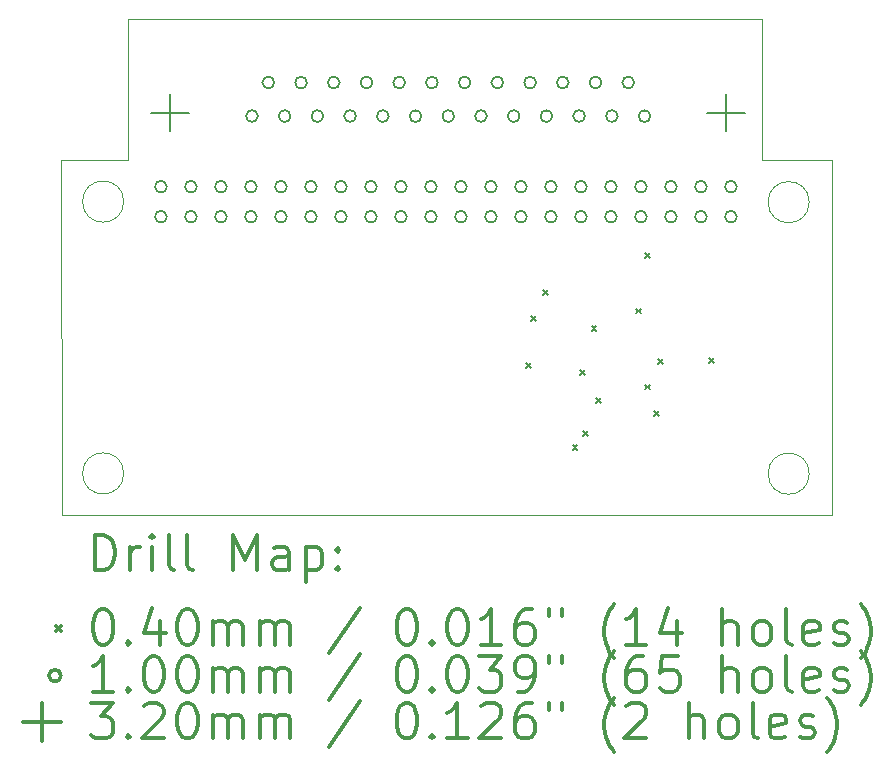
<source format=gbr>
%FSLAX45Y45*%
G04 Gerber Fmt 4.5, Leading zero omitted, Abs format (unit mm)*
G04 Created by KiCad (PCBNEW (5.1.5-0-10_14)) date 2021-04-02 15:52:51*
%MOMM*%
%LPD*%
G04 APERTURE LIST*
%TA.AperFunction,Profile*%
%ADD10C,0.050000*%
%TD*%
%TA.AperFunction,Profile*%
%ADD11C,0.100000*%
%TD*%
%ADD12C,0.200000*%
%ADD13C,0.300000*%
G04 APERTURE END LIST*
D10*
X3184126Y-7142480D02*
G75*
G03X3184126Y-7142480I-174226J0D01*
G01*
X3184126Y-9443720D02*
G75*
G03X3184126Y-9443720I-174226J0D01*
G01*
X8988026Y-9446260D02*
G75*
G03X8988026Y-9446260I-174226J0D01*
G01*
X9177020Y-6791960D02*
X8587740Y-6791960D01*
X2656840Y-6789420D02*
X2661920Y-9794240D01*
X8988026Y-7147560D02*
G75*
G03X8988026Y-7147560I-174226J0D01*
G01*
D11*
X9177020Y-6791960D02*
X9179560Y-9794240D01*
X8587740Y-5593080D02*
X8587740Y-6791960D01*
X9179560Y-9794240D02*
X2661920Y-9794240D01*
X2656840Y-6789420D02*
X3220720Y-6789420D01*
X3220720Y-6789420D02*
X3220720Y-5598160D01*
X3220720Y-5598160D02*
X8587740Y-5593080D01*
D12*
X6591620Y-8509320D02*
X6631620Y-8549320D01*
X6631620Y-8509320D02*
X6591620Y-8549320D01*
X6634800Y-8114240D02*
X6674800Y-8154240D01*
X6674800Y-8114240D02*
X6634800Y-8154240D01*
X6736400Y-7889560D02*
X6776400Y-7929560D01*
X6776400Y-7889560D02*
X6736400Y-7929560D01*
X6985320Y-9202740D02*
X7025320Y-9242740D01*
X7025320Y-9202740D02*
X6985320Y-9242740D01*
X7048839Y-8567777D02*
X7088839Y-8607777D01*
X7088839Y-8567777D02*
X7048839Y-8607777D01*
X7071680Y-9083741D02*
X7111680Y-9123741D01*
X7111680Y-9083741D02*
X7071680Y-9123741D01*
X7145340Y-8199440D02*
X7185340Y-8239440D01*
X7185340Y-8199440D02*
X7145340Y-8239440D01*
X7180900Y-8803960D02*
X7220900Y-8843960D01*
X7220900Y-8803960D02*
X7180900Y-8843960D01*
X7521260Y-8049580D02*
X7561260Y-8089580D01*
X7561260Y-8049580D02*
X7521260Y-8089580D01*
X7597460Y-7579680D02*
X7637460Y-7619680D01*
X7637460Y-7579680D02*
X7597460Y-7619680D01*
X7597460Y-8692200D02*
X7637460Y-8732200D01*
X7637460Y-8692200D02*
X7597460Y-8732200D01*
X7673660Y-8918260D02*
X7713660Y-8958260D01*
X7713660Y-8918260D02*
X7673660Y-8958260D01*
X7706680Y-8473760D02*
X7746680Y-8513760D01*
X7746680Y-8473760D02*
X7706680Y-8513760D01*
X8141020Y-8466140D02*
X8181020Y-8506140D01*
X8181020Y-8466140D02*
X8141020Y-8506140D01*
X4319740Y-6418580D02*
G75*
G03X4319740Y-6418580I-50000J0D01*
G01*
X4458240Y-6134580D02*
G75*
G03X4458240Y-6134580I-50000J0D01*
G01*
X4596740Y-6418580D02*
G75*
G03X4596740Y-6418580I-50000J0D01*
G01*
X4735240Y-6134580D02*
G75*
G03X4735240Y-6134580I-50000J0D01*
G01*
X4873740Y-6418580D02*
G75*
G03X4873740Y-6418580I-50000J0D01*
G01*
X5012240Y-6134580D02*
G75*
G03X5012240Y-6134580I-50000J0D01*
G01*
X5150740Y-6418580D02*
G75*
G03X5150740Y-6418580I-50000J0D01*
G01*
X5289240Y-6134580D02*
G75*
G03X5289240Y-6134580I-50000J0D01*
G01*
X5427740Y-6418580D02*
G75*
G03X5427740Y-6418580I-50000J0D01*
G01*
X5566240Y-6134580D02*
G75*
G03X5566240Y-6134580I-50000J0D01*
G01*
X5704740Y-6418580D02*
G75*
G03X5704740Y-6418580I-50000J0D01*
G01*
X5843240Y-6134580D02*
G75*
G03X5843240Y-6134580I-50000J0D01*
G01*
X5981740Y-6418580D02*
G75*
G03X5981740Y-6418580I-50000J0D01*
G01*
X6120240Y-6134580D02*
G75*
G03X6120240Y-6134580I-50000J0D01*
G01*
X6258740Y-6418580D02*
G75*
G03X6258740Y-6418580I-50000J0D01*
G01*
X6397240Y-6134580D02*
G75*
G03X6397240Y-6134580I-50000J0D01*
G01*
X6535740Y-6418580D02*
G75*
G03X6535740Y-6418580I-50000J0D01*
G01*
X6674240Y-6134580D02*
G75*
G03X6674240Y-6134580I-50000J0D01*
G01*
X6812740Y-6418580D02*
G75*
G03X6812740Y-6418580I-50000J0D01*
G01*
X6951240Y-6134580D02*
G75*
G03X6951240Y-6134580I-50000J0D01*
G01*
X7089740Y-6418580D02*
G75*
G03X7089740Y-6418580I-50000J0D01*
G01*
X7228240Y-6134580D02*
G75*
G03X7228240Y-6134580I-50000J0D01*
G01*
X7366740Y-6418580D02*
G75*
G03X7366740Y-6418580I-50000J0D01*
G01*
X7505240Y-6134580D02*
G75*
G03X7505240Y-6134580I-50000J0D01*
G01*
X7643740Y-6418580D02*
G75*
G03X7643740Y-6418580I-50000J0D01*
G01*
X3548850Y-7016750D02*
G75*
G03X3548850Y-7016750I-50000J0D01*
G01*
X3548850Y-7270750D02*
G75*
G03X3548850Y-7270750I-50000J0D01*
G01*
X3802850Y-7016750D02*
G75*
G03X3802850Y-7016750I-50000J0D01*
G01*
X3802850Y-7270750D02*
G75*
G03X3802850Y-7270750I-50000J0D01*
G01*
X4056850Y-7016750D02*
G75*
G03X4056850Y-7016750I-50000J0D01*
G01*
X4056850Y-7270750D02*
G75*
G03X4056850Y-7270750I-50000J0D01*
G01*
X4310850Y-7016750D02*
G75*
G03X4310850Y-7016750I-50000J0D01*
G01*
X4310850Y-7270750D02*
G75*
G03X4310850Y-7270750I-50000J0D01*
G01*
X4564850Y-7016750D02*
G75*
G03X4564850Y-7016750I-50000J0D01*
G01*
X4564850Y-7270750D02*
G75*
G03X4564850Y-7270750I-50000J0D01*
G01*
X4818850Y-7016750D02*
G75*
G03X4818850Y-7016750I-50000J0D01*
G01*
X4818850Y-7270750D02*
G75*
G03X4818850Y-7270750I-50000J0D01*
G01*
X5072850Y-7016750D02*
G75*
G03X5072850Y-7016750I-50000J0D01*
G01*
X5072850Y-7270750D02*
G75*
G03X5072850Y-7270750I-50000J0D01*
G01*
X5326850Y-7016750D02*
G75*
G03X5326850Y-7016750I-50000J0D01*
G01*
X5326850Y-7270750D02*
G75*
G03X5326850Y-7270750I-50000J0D01*
G01*
X5580850Y-7016750D02*
G75*
G03X5580850Y-7016750I-50000J0D01*
G01*
X5580850Y-7270750D02*
G75*
G03X5580850Y-7270750I-50000J0D01*
G01*
X5834850Y-7016750D02*
G75*
G03X5834850Y-7016750I-50000J0D01*
G01*
X5834850Y-7270750D02*
G75*
G03X5834850Y-7270750I-50000J0D01*
G01*
X6088850Y-7016750D02*
G75*
G03X6088850Y-7016750I-50000J0D01*
G01*
X6088850Y-7270750D02*
G75*
G03X6088850Y-7270750I-50000J0D01*
G01*
X6342850Y-7016750D02*
G75*
G03X6342850Y-7016750I-50000J0D01*
G01*
X6342850Y-7270750D02*
G75*
G03X6342850Y-7270750I-50000J0D01*
G01*
X6596850Y-7016750D02*
G75*
G03X6596850Y-7016750I-50000J0D01*
G01*
X6596850Y-7270750D02*
G75*
G03X6596850Y-7270750I-50000J0D01*
G01*
X6850850Y-7016750D02*
G75*
G03X6850850Y-7016750I-50000J0D01*
G01*
X6850850Y-7270750D02*
G75*
G03X6850850Y-7270750I-50000J0D01*
G01*
X7104850Y-7016750D02*
G75*
G03X7104850Y-7016750I-50000J0D01*
G01*
X7104850Y-7270750D02*
G75*
G03X7104850Y-7270750I-50000J0D01*
G01*
X7358850Y-7016750D02*
G75*
G03X7358850Y-7016750I-50000J0D01*
G01*
X7358850Y-7270750D02*
G75*
G03X7358850Y-7270750I-50000J0D01*
G01*
X7612850Y-7016750D02*
G75*
G03X7612850Y-7016750I-50000J0D01*
G01*
X7612850Y-7270750D02*
G75*
G03X7612850Y-7270750I-50000J0D01*
G01*
X7866850Y-7016750D02*
G75*
G03X7866850Y-7016750I-50000J0D01*
G01*
X7866850Y-7270750D02*
G75*
G03X7866850Y-7270750I-50000J0D01*
G01*
X8120850Y-7016750D02*
G75*
G03X8120850Y-7016750I-50000J0D01*
G01*
X8120850Y-7270750D02*
G75*
G03X8120850Y-7270750I-50000J0D01*
G01*
X8374850Y-7016750D02*
G75*
G03X8374850Y-7016750I-50000J0D01*
G01*
X8374850Y-7270750D02*
G75*
G03X8374850Y-7270750I-50000J0D01*
G01*
X3576740Y-6228580D02*
X3576740Y-6548580D01*
X3416740Y-6388580D02*
X3736740Y-6388580D01*
X8286740Y-6228580D02*
X8286740Y-6548580D01*
X8126740Y-6388580D02*
X8446740Y-6388580D01*
D13*
X2938268Y-10264954D02*
X2938268Y-9964954D01*
X3009697Y-9964954D01*
X3052554Y-9979240D01*
X3081126Y-10007812D01*
X3095411Y-10036383D01*
X3109697Y-10093526D01*
X3109697Y-10136383D01*
X3095411Y-10193526D01*
X3081126Y-10222097D01*
X3052554Y-10250669D01*
X3009697Y-10264954D01*
X2938268Y-10264954D01*
X3238268Y-10264954D02*
X3238268Y-10064954D01*
X3238268Y-10122097D02*
X3252554Y-10093526D01*
X3266840Y-10079240D01*
X3295411Y-10064954D01*
X3323983Y-10064954D01*
X3423983Y-10264954D02*
X3423983Y-10064954D01*
X3423983Y-9964954D02*
X3409697Y-9979240D01*
X3423983Y-9993526D01*
X3438268Y-9979240D01*
X3423983Y-9964954D01*
X3423983Y-9993526D01*
X3609697Y-10264954D02*
X3581126Y-10250669D01*
X3566840Y-10222097D01*
X3566840Y-9964954D01*
X3766840Y-10264954D02*
X3738268Y-10250669D01*
X3723983Y-10222097D01*
X3723983Y-9964954D01*
X4109697Y-10264954D02*
X4109697Y-9964954D01*
X4209697Y-10179240D01*
X4309697Y-9964954D01*
X4309697Y-10264954D01*
X4581126Y-10264954D02*
X4581126Y-10107812D01*
X4566840Y-10079240D01*
X4538268Y-10064954D01*
X4481126Y-10064954D01*
X4452554Y-10079240D01*
X4581126Y-10250669D02*
X4552554Y-10264954D01*
X4481126Y-10264954D01*
X4452554Y-10250669D01*
X4438268Y-10222097D01*
X4438268Y-10193526D01*
X4452554Y-10164954D01*
X4481126Y-10150669D01*
X4552554Y-10150669D01*
X4581126Y-10136383D01*
X4723983Y-10064954D02*
X4723983Y-10364954D01*
X4723983Y-10079240D02*
X4752554Y-10064954D01*
X4809697Y-10064954D01*
X4838268Y-10079240D01*
X4852554Y-10093526D01*
X4866840Y-10122097D01*
X4866840Y-10207812D01*
X4852554Y-10236383D01*
X4838268Y-10250669D01*
X4809697Y-10264954D01*
X4752554Y-10264954D01*
X4723983Y-10250669D01*
X4995411Y-10236383D02*
X5009697Y-10250669D01*
X4995411Y-10264954D01*
X4981126Y-10250669D01*
X4995411Y-10236383D01*
X4995411Y-10264954D01*
X4995411Y-10079240D02*
X5009697Y-10093526D01*
X4995411Y-10107812D01*
X4981126Y-10093526D01*
X4995411Y-10079240D01*
X4995411Y-10107812D01*
X2611840Y-10739240D02*
X2651840Y-10779240D01*
X2651840Y-10739240D02*
X2611840Y-10779240D01*
X2995411Y-10594954D02*
X3023983Y-10594954D01*
X3052554Y-10609240D01*
X3066840Y-10623526D01*
X3081126Y-10652097D01*
X3095411Y-10709240D01*
X3095411Y-10780669D01*
X3081126Y-10837812D01*
X3066840Y-10866383D01*
X3052554Y-10880669D01*
X3023983Y-10894954D01*
X2995411Y-10894954D01*
X2966840Y-10880669D01*
X2952554Y-10866383D01*
X2938268Y-10837812D01*
X2923983Y-10780669D01*
X2923983Y-10709240D01*
X2938268Y-10652097D01*
X2952554Y-10623526D01*
X2966840Y-10609240D01*
X2995411Y-10594954D01*
X3223983Y-10866383D02*
X3238268Y-10880669D01*
X3223983Y-10894954D01*
X3209697Y-10880669D01*
X3223983Y-10866383D01*
X3223983Y-10894954D01*
X3495411Y-10694954D02*
X3495411Y-10894954D01*
X3423983Y-10580669D02*
X3352554Y-10794954D01*
X3538268Y-10794954D01*
X3709697Y-10594954D02*
X3738268Y-10594954D01*
X3766840Y-10609240D01*
X3781126Y-10623526D01*
X3795411Y-10652097D01*
X3809697Y-10709240D01*
X3809697Y-10780669D01*
X3795411Y-10837812D01*
X3781126Y-10866383D01*
X3766840Y-10880669D01*
X3738268Y-10894954D01*
X3709697Y-10894954D01*
X3681126Y-10880669D01*
X3666840Y-10866383D01*
X3652554Y-10837812D01*
X3638268Y-10780669D01*
X3638268Y-10709240D01*
X3652554Y-10652097D01*
X3666840Y-10623526D01*
X3681126Y-10609240D01*
X3709697Y-10594954D01*
X3938268Y-10894954D02*
X3938268Y-10694954D01*
X3938268Y-10723526D02*
X3952554Y-10709240D01*
X3981126Y-10694954D01*
X4023983Y-10694954D01*
X4052554Y-10709240D01*
X4066840Y-10737812D01*
X4066840Y-10894954D01*
X4066840Y-10737812D02*
X4081126Y-10709240D01*
X4109697Y-10694954D01*
X4152554Y-10694954D01*
X4181126Y-10709240D01*
X4195411Y-10737812D01*
X4195411Y-10894954D01*
X4338268Y-10894954D02*
X4338268Y-10694954D01*
X4338268Y-10723526D02*
X4352554Y-10709240D01*
X4381126Y-10694954D01*
X4423983Y-10694954D01*
X4452554Y-10709240D01*
X4466840Y-10737812D01*
X4466840Y-10894954D01*
X4466840Y-10737812D02*
X4481126Y-10709240D01*
X4509697Y-10694954D01*
X4552554Y-10694954D01*
X4581126Y-10709240D01*
X4595411Y-10737812D01*
X4595411Y-10894954D01*
X5181126Y-10580669D02*
X4923983Y-10966383D01*
X5566840Y-10594954D02*
X5595411Y-10594954D01*
X5623983Y-10609240D01*
X5638268Y-10623526D01*
X5652554Y-10652097D01*
X5666840Y-10709240D01*
X5666840Y-10780669D01*
X5652554Y-10837812D01*
X5638268Y-10866383D01*
X5623983Y-10880669D01*
X5595411Y-10894954D01*
X5566840Y-10894954D01*
X5538268Y-10880669D01*
X5523983Y-10866383D01*
X5509697Y-10837812D01*
X5495411Y-10780669D01*
X5495411Y-10709240D01*
X5509697Y-10652097D01*
X5523983Y-10623526D01*
X5538268Y-10609240D01*
X5566840Y-10594954D01*
X5795411Y-10866383D02*
X5809697Y-10880669D01*
X5795411Y-10894954D01*
X5781126Y-10880669D01*
X5795411Y-10866383D01*
X5795411Y-10894954D01*
X5995411Y-10594954D02*
X6023983Y-10594954D01*
X6052554Y-10609240D01*
X6066840Y-10623526D01*
X6081126Y-10652097D01*
X6095411Y-10709240D01*
X6095411Y-10780669D01*
X6081126Y-10837812D01*
X6066840Y-10866383D01*
X6052554Y-10880669D01*
X6023983Y-10894954D01*
X5995411Y-10894954D01*
X5966840Y-10880669D01*
X5952554Y-10866383D01*
X5938268Y-10837812D01*
X5923983Y-10780669D01*
X5923983Y-10709240D01*
X5938268Y-10652097D01*
X5952554Y-10623526D01*
X5966840Y-10609240D01*
X5995411Y-10594954D01*
X6381126Y-10894954D02*
X6209697Y-10894954D01*
X6295411Y-10894954D02*
X6295411Y-10594954D01*
X6266840Y-10637812D01*
X6238268Y-10666383D01*
X6209697Y-10680669D01*
X6638268Y-10594954D02*
X6581126Y-10594954D01*
X6552554Y-10609240D01*
X6538268Y-10623526D01*
X6509697Y-10666383D01*
X6495411Y-10723526D01*
X6495411Y-10837812D01*
X6509697Y-10866383D01*
X6523983Y-10880669D01*
X6552554Y-10894954D01*
X6609697Y-10894954D01*
X6638268Y-10880669D01*
X6652554Y-10866383D01*
X6666840Y-10837812D01*
X6666840Y-10766383D01*
X6652554Y-10737812D01*
X6638268Y-10723526D01*
X6609697Y-10709240D01*
X6552554Y-10709240D01*
X6523983Y-10723526D01*
X6509697Y-10737812D01*
X6495411Y-10766383D01*
X6781126Y-10594954D02*
X6781126Y-10652097D01*
X6895411Y-10594954D02*
X6895411Y-10652097D01*
X7338268Y-11009240D02*
X7323983Y-10994954D01*
X7295411Y-10952097D01*
X7281126Y-10923526D01*
X7266840Y-10880669D01*
X7252554Y-10809240D01*
X7252554Y-10752097D01*
X7266840Y-10680669D01*
X7281126Y-10637812D01*
X7295411Y-10609240D01*
X7323983Y-10566383D01*
X7338268Y-10552097D01*
X7609697Y-10894954D02*
X7438268Y-10894954D01*
X7523983Y-10894954D02*
X7523983Y-10594954D01*
X7495411Y-10637812D01*
X7466840Y-10666383D01*
X7438268Y-10680669D01*
X7866840Y-10694954D02*
X7866840Y-10894954D01*
X7795411Y-10580669D02*
X7723983Y-10794954D01*
X7909697Y-10794954D01*
X8252554Y-10894954D02*
X8252554Y-10594954D01*
X8381126Y-10894954D02*
X8381126Y-10737812D01*
X8366840Y-10709240D01*
X8338268Y-10694954D01*
X8295411Y-10694954D01*
X8266840Y-10709240D01*
X8252554Y-10723526D01*
X8566840Y-10894954D02*
X8538268Y-10880669D01*
X8523983Y-10866383D01*
X8509697Y-10837812D01*
X8509697Y-10752097D01*
X8523983Y-10723526D01*
X8538268Y-10709240D01*
X8566840Y-10694954D01*
X8609697Y-10694954D01*
X8638268Y-10709240D01*
X8652554Y-10723526D01*
X8666840Y-10752097D01*
X8666840Y-10837812D01*
X8652554Y-10866383D01*
X8638268Y-10880669D01*
X8609697Y-10894954D01*
X8566840Y-10894954D01*
X8838268Y-10894954D02*
X8809697Y-10880669D01*
X8795411Y-10852097D01*
X8795411Y-10594954D01*
X9066840Y-10880669D02*
X9038268Y-10894954D01*
X8981126Y-10894954D01*
X8952554Y-10880669D01*
X8938268Y-10852097D01*
X8938268Y-10737812D01*
X8952554Y-10709240D01*
X8981126Y-10694954D01*
X9038268Y-10694954D01*
X9066840Y-10709240D01*
X9081126Y-10737812D01*
X9081126Y-10766383D01*
X8938268Y-10794954D01*
X9195411Y-10880669D02*
X9223983Y-10894954D01*
X9281126Y-10894954D01*
X9309697Y-10880669D01*
X9323983Y-10852097D01*
X9323983Y-10837812D01*
X9309697Y-10809240D01*
X9281126Y-10794954D01*
X9238268Y-10794954D01*
X9209697Y-10780669D01*
X9195411Y-10752097D01*
X9195411Y-10737812D01*
X9209697Y-10709240D01*
X9238268Y-10694954D01*
X9281126Y-10694954D01*
X9309697Y-10709240D01*
X9423983Y-11009240D02*
X9438268Y-10994954D01*
X9466840Y-10952097D01*
X9481126Y-10923526D01*
X9495411Y-10880669D01*
X9509697Y-10809240D01*
X9509697Y-10752097D01*
X9495411Y-10680669D01*
X9481126Y-10637812D01*
X9466840Y-10609240D01*
X9438268Y-10566383D01*
X9423983Y-10552097D01*
X2651840Y-11155240D02*
G75*
G03X2651840Y-11155240I-50000J0D01*
G01*
X3095411Y-11290954D02*
X2923983Y-11290954D01*
X3009697Y-11290954D02*
X3009697Y-10990954D01*
X2981126Y-11033812D01*
X2952554Y-11062383D01*
X2923983Y-11076669D01*
X3223983Y-11262383D02*
X3238268Y-11276669D01*
X3223983Y-11290954D01*
X3209697Y-11276669D01*
X3223983Y-11262383D01*
X3223983Y-11290954D01*
X3423983Y-10990954D02*
X3452554Y-10990954D01*
X3481126Y-11005240D01*
X3495411Y-11019526D01*
X3509697Y-11048097D01*
X3523983Y-11105240D01*
X3523983Y-11176669D01*
X3509697Y-11233811D01*
X3495411Y-11262383D01*
X3481126Y-11276669D01*
X3452554Y-11290954D01*
X3423983Y-11290954D01*
X3395411Y-11276669D01*
X3381126Y-11262383D01*
X3366840Y-11233811D01*
X3352554Y-11176669D01*
X3352554Y-11105240D01*
X3366840Y-11048097D01*
X3381126Y-11019526D01*
X3395411Y-11005240D01*
X3423983Y-10990954D01*
X3709697Y-10990954D02*
X3738268Y-10990954D01*
X3766840Y-11005240D01*
X3781126Y-11019526D01*
X3795411Y-11048097D01*
X3809697Y-11105240D01*
X3809697Y-11176669D01*
X3795411Y-11233811D01*
X3781126Y-11262383D01*
X3766840Y-11276669D01*
X3738268Y-11290954D01*
X3709697Y-11290954D01*
X3681126Y-11276669D01*
X3666840Y-11262383D01*
X3652554Y-11233811D01*
X3638268Y-11176669D01*
X3638268Y-11105240D01*
X3652554Y-11048097D01*
X3666840Y-11019526D01*
X3681126Y-11005240D01*
X3709697Y-10990954D01*
X3938268Y-11290954D02*
X3938268Y-11090954D01*
X3938268Y-11119526D02*
X3952554Y-11105240D01*
X3981126Y-11090954D01*
X4023983Y-11090954D01*
X4052554Y-11105240D01*
X4066840Y-11133812D01*
X4066840Y-11290954D01*
X4066840Y-11133812D02*
X4081126Y-11105240D01*
X4109697Y-11090954D01*
X4152554Y-11090954D01*
X4181126Y-11105240D01*
X4195411Y-11133812D01*
X4195411Y-11290954D01*
X4338268Y-11290954D02*
X4338268Y-11090954D01*
X4338268Y-11119526D02*
X4352554Y-11105240D01*
X4381126Y-11090954D01*
X4423983Y-11090954D01*
X4452554Y-11105240D01*
X4466840Y-11133812D01*
X4466840Y-11290954D01*
X4466840Y-11133812D02*
X4481126Y-11105240D01*
X4509697Y-11090954D01*
X4552554Y-11090954D01*
X4581126Y-11105240D01*
X4595411Y-11133812D01*
X4595411Y-11290954D01*
X5181126Y-10976669D02*
X4923983Y-11362383D01*
X5566840Y-10990954D02*
X5595411Y-10990954D01*
X5623983Y-11005240D01*
X5638268Y-11019526D01*
X5652554Y-11048097D01*
X5666840Y-11105240D01*
X5666840Y-11176669D01*
X5652554Y-11233811D01*
X5638268Y-11262383D01*
X5623983Y-11276669D01*
X5595411Y-11290954D01*
X5566840Y-11290954D01*
X5538268Y-11276669D01*
X5523983Y-11262383D01*
X5509697Y-11233811D01*
X5495411Y-11176669D01*
X5495411Y-11105240D01*
X5509697Y-11048097D01*
X5523983Y-11019526D01*
X5538268Y-11005240D01*
X5566840Y-10990954D01*
X5795411Y-11262383D02*
X5809697Y-11276669D01*
X5795411Y-11290954D01*
X5781126Y-11276669D01*
X5795411Y-11262383D01*
X5795411Y-11290954D01*
X5995411Y-10990954D02*
X6023983Y-10990954D01*
X6052554Y-11005240D01*
X6066840Y-11019526D01*
X6081126Y-11048097D01*
X6095411Y-11105240D01*
X6095411Y-11176669D01*
X6081126Y-11233811D01*
X6066840Y-11262383D01*
X6052554Y-11276669D01*
X6023983Y-11290954D01*
X5995411Y-11290954D01*
X5966840Y-11276669D01*
X5952554Y-11262383D01*
X5938268Y-11233811D01*
X5923983Y-11176669D01*
X5923983Y-11105240D01*
X5938268Y-11048097D01*
X5952554Y-11019526D01*
X5966840Y-11005240D01*
X5995411Y-10990954D01*
X6195411Y-10990954D02*
X6381126Y-10990954D01*
X6281126Y-11105240D01*
X6323983Y-11105240D01*
X6352554Y-11119526D01*
X6366840Y-11133812D01*
X6381126Y-11162383D01*
X6381126Y-11233811D01*
X6366840Y-11262383D01*
X6352554Y-11276669D01*
X6323983Y-11290954D01*
X6238268Y-11290954D01*
X6209697Y-11276669D01*
X6195411Y-11262383D01*
X6523983Y-11290954D02*
X6581126Y-11290954D01*
X6609697Y-11276669D01*
X6623983Y-11262383D01*
X6652554Y-11219526D01*
X6666840Y-11162383D01*
X6666840Y-11048097D01*
X6652554Y-11019526D01*
X6638268Y-11005240D01*
X6609697Y-10990954D01*
X6552554Y-10990954D01*
X6523983Y-11005240D01*
X6509697Y-11019526D01*
X6495411Y-11048097D01*
X6495411Y-11119526D01*
X6509697Y-11148097D01*
X6523983Y-11162383D01*
X6552554Y-11176669D01*
X6609697Y-11176669D01*
X6638268Y-11162383D01*
X6652554Y-11148097D01*
X6666840Y-11119526D01*
X6781126Y-10990954D02*
X6781126Y-11048097D01*
X6895411Y-10990954D02*
X6895411Y-11048097D01*
X7338268Y-11405240D02*
X7323983Y-11390954D01*
X7295411Y-11348097D01*
X7281126Y-11319526D01*
X7266840Y-11276669D01*
X7252554Y-11205240D01*
X7252554Y-11148097D01*
X7266840Y-11076669D01*
X7281126Y-11033812D01*
X7295411Y-11005240D01*
X7323983Y-10962383D01*
X7338268Y-10948097D01*
X7581126Y-10990954D02*
X7523983Y-10990954D01*
X7495411Y-11005240D01*
X7481126Y-11019526D01*
X7452554Y-11062383D01*
X7438268Y-11119526D01*
X7438268Y-11233811D01*
X7452554Y-11262383D01*
X7466840Y-11276669D01*
X7495411Y-11290954D01*
X7552554Y-11290954D01*
X7581126Y-11276669D01*
X7595411Y-11262383D01*
X7609697Y-11233811D01*
X7609697Y-11162383D01*
X7595411Y-11133812D01*
X7581126Y-11119526D01*
X7552554Y-11105240D01*
X7495411Y-11105240D01*
X7466840Y-11119526D01*
X7452554Y-11133812D01*
X7438268Y-11162383D01*
X7881126Y-10990954D02*
X7738268Y-10990954D01*
X7723983Y-11133812D01*
X7738268Y-11119526D01*
X7766840Y-11105240D01*
X7838268Y-11105240D01*
X7866840Y-11119526D01*
X7881126Y-11133812D01*
X7895411Y-11162383D01*
X7895411Y-11233811D01*
X7881126Y-11262383D01*
X7866840Y-11276669D01*
X7838268Y-11290954D01*
X7766840Y-11290954D01*
X7738268Y-11276669D01*
X7723983Y-11262383D01*
X8252554Y-11290954D02*
X8252554Y-10990954D01*
X8381126Y-11290954D02*
X8381126Y-11133812D01*
X8366840Y-11105240D01*
X8338268Y-11090954D01*
X8295411Y-11090954D01*
X8266840Y-11105240D01*
X8252554Y-11119526D01*
X8566840Y-11290954D02*
X8538268Y-11276669D01*
X8523983Y-11262383D01*
X8509697Y-11233811D01*
X8509697Y-11148097D01*
X8523983Y-11119526D01*
X8538268Y-11105240D01*
X8566840Y-11090954D01*
X8609697Y-11090954D01*
X8638268Y-11105240D01*
X8652554Y-11119526D01*
X8666840Y-11148097D01*
X8666840Y-11233811D01*
X8652554Y-11262383D01*
X8638268Y-11276669D01*
X8609697Y-11290954D01*
X8566840Y-11290954D01*
X8838268Y-11290954D02*
X8809697Y-11276669D01*
X8795411Y-11248097D01*
X8795411Y-10990954D01*
X9066840Y-11276669D02*
X9038268Y-11290954D01*
X8981126Y-11290954D01*
X8952554Y-11276669D01*
X8938268Y-11248097D01*
X8938268Y-11133812D01*
X8952554Y-11105240D01*
X8981126Y-11090954D01*
X9038268Y-11090954D01*
X9066840Y-11105240D01*
X9081126Y-11133812D01*
X9081126Y-11162383D01*
X8938268Y-11190954D01*
X9195411Y-11276669D02*
X9223983Y-11290954D01*
X9281126Y-11290954D01*
X9309697Y-11276669D01*
X9323983Y-11248097D01*
X9323983Y-11233811D01*
X9309697Y-11205240D01*
X9281126Y-11190954D01*
X9238268Y-11190954D01*
X9209697Y-11176669D01*
X9195411Y-11148097D01*
X9195411Y-11133812D01*
X9209697Y-11105240D01*
X9238268Y-11090954D01*
X9281126Y-11090954D01*
X9309697Y-11105240D01*
X9423983Y-11405240D02*
X9438268Y-11390954D01*
X9466840Y-11348097D01*
X9481126Y-11319526D01*
X9495411Y-11276669D01*
X9509697Y-11205240D01*
X9509697Y-11148097D01*
X9495411Y-11076669D01*
X9481126Y-11033812D01*
X9466840Y-11005240D01*
X9438268Y-10962383D01*
X9423983Y-10948097D01*
X2491840Y-11391240D02*
X2491840Y-11711240D01*
X2331840Y-11551240D02*
X2651840Y-11551240D01*
X2909697Y-11386954D02*
X3095411Y-11386954D01*
X2995411Y-11501240D01*
X3038268Y-11501240D01*
X3066840Y-11515526D01*
X3081126Y-11529811D01*
X3095411Y-11558383D01*
X3095411Y-11629811D01*
X3081126Y-11658383D01*
X3066840Y-11672669D01*
X3038268Y-11686954D01*
X2952554Y-11686954D01*
X2923983Y-11672669D01*
X2909697Y-11658383D01*
X3223983Y-11658383D02*
X3238268Y-11672669D01*
X3223983Y-11686954D01*
X3209697Y-11672669D01*
X3223983Y-11658383D01*
X3223983Y-11686954D01*
X3352554Y-11415526D02*
X3366840Y-11401240D01*
X3395411Y-11386954D01*
X3466840Y-11386954D01*
X3495411Y-11401240D01*
X3509697Y-11415526D01*
X3523983Y-11444097D01*
X3523983Y-11472669D01*
X3509697Y-11515526D01*
X3338268Y-11686954D01*
X3523983Y-11686954D01*
X3709697Y-11386954D02*
X3738268Y-11386954D01*
X3766840Y-11401240D01*
X3781126Y-11415526D01*
X3795411Y-11444097D01*
X3809697Y-11501240D01*
X3809697Y-11572669D01*
X3795411Y-11629811D01*
X3781126Y-11658383D01*
X3766840Y-11672669D01*
X3738268Y-11686954D01*
X3709697Y-11686954D01*
X3681126Y-11672669D01*
X3666840Y-11658383D01*
X3652554Y-11629811D01*
X3638268Y-11572669D01*
X3638268Y-11501240D01*
X3652554Y-11444097D01*
X3666840Y-11415526D01*
X3681126Y-11401240D01*
X3709697Y-11386954D01*
X3938268Y-11686954D02*
X3938268Y-11486954D01*
X3938268Y-11515526D02*
X3952554Y-11501240D01*
X3981126Y-11486954D01*
X4023983Y-11486954D01*
X4052554Y-11501240D01*
X4066840Y-11529811D01*
X4066840Y-11686954D01*
X4066840Y-11529811D02*
X4081126Y-11501240D01*
X4109697Y-11486954D01*
X4152554Y-11486954D01*
X4181126Y-11501240D01*
X4195411Y-11529811D01*
X4195411Y-11686954D01*
X4338268Y-11686954D02*
X4338268Y-11486954D01*
X4338268Y-11515526D02*
X4352554Y-11501240D01*
X4381126Y-11486954D01*
X4423983Y-11486954D01*
X4452554Y-11501240D01*
X4466840Y-11529811D01*
X4466840Y-11686954D01*
X4466840Y-11529811D02*
X4481126Y-11501240D01*
X4509697Y-11486954D01*
X4552554Y-11486954D01*
X4581126Y-11501240D01*
X4595411Y-11529811D01*
X4595411Y-11686954D01*
X5181126Y-11372669D02*
X4923983Y-11758383D01*
X5566840Y-11386954D02*
X5595411Y-11386954D01*
X5623983Y-11401240D01*
X5638268Y-11415526D01*
X5652554Y-11444097D01*
X5666840Y-11501240D01*
X5666840Y-11572669D01*
X5652554Y-11629811D01*
X5638268Y-11658383D01*
X5623983Y-11672669D01*
X5595411Y-11686954D01*
X5566840Y-11686954D01*
X5538268Y-11672669D01*
X5523983Y-11658383D01*
X5509697Y-11629811D01*
X5495411Y-11572669D01*
X5495411Y-11501240D01*
X5509697Y-11444097D01*
X5523983Y-11415526D01*
X5538268Y-11401240D01*
X5566840Y-11386954D01*
X5795411Y-11658383D02*
X5809697Y-11672669D01*
X5795411Y-11686954D01*
X5781126Y-11672669D01*
X5795411Y-11658383D01*
X5795411Y-11686954D01*
X6095411Y-11686954D02*
X5923983Y-11686954D01*
X6009697Y-11686954D02*
X6009697Y-11386954D01*
X5981126Y-11429811D01*
X5952554Y-11458383D01*
X5923983Y-11472669D01*
X6209697Y-11415526D02*
X6223983Y-11401240D01*
X6252554Y-11386954D01*
X6323983Y-11386954D01*
X6352554Y-11401240D01*
X6366840Y-11415526D01*
X6381126Y-11444097D01*
X6381126Y-11472669D01*
X6366840Y-11515526D01*
X6195411Y-11686954D01*
X6381126Y-11686954D01*
X6638268Y-11386954D02*
X6581126Y-11386954D01*
X6552554Y-11401240D01*
X6538268Y-11415526D01*
X6509697Y-11458383D01*
X6495411Y-11515526D01*
X6495411Y-11629811D01*
X6509697Y-11658383D01*
X6523983Y-11672669D01*
X6552554Y-11686954D01*
X6609697Y-11686954D01*
X6638268Y-11672669D01*
X6652554Y-11658383D01*
X6666840Y-11629811D01*
X6666840Y-11558383D01*
X6652554Y-11529811D01*
X6638268Y-11515526D01*
X6609697Y-11501240D01*
X6552554Y-11501240D01*
X6523983Y-11515526D01*
X6509697Y-11529811D01*
X6495411Y-11558383D01*
X6781126Y-11386954D02*
X6781126Y-11444097D01*
X6895411Y-11386954D02*
X6895411Y-11444097D01*
X7338268Y-11801240D02*
X7323983Y-11786954D01*
X7295411Y-11744097D01*
X7281126Y-11715526D01*
X7266840Y-11672669D01*
X7252554Y-11601240D01*
X7252554Y-11544097D01*
X7266840Y-11472669D01*
X7281126Y-11429811D01*
X7295411Y-11401240D01*
X7323983Y-11358383D01*
X7338268Y-11344097D01*
X7438268Y-11415526D02*
X7452554Y-11401240D01*
X7481126Y-11386954D01*
X7552554Y-11386954D01*
X7581126Y-11401240D01*
X7595411Y-11415526D01*
X7609697Y-11444097D01*
X7609697Y-11472669D01*
X7595411Y-11515526D01*
X7423983Y-11686954D01*
X7609697Y-11686954D01*
X7966840Y-11686954D02*
X7966840Y-11386954D01*
X8095411Y-11686954D02*
X8095411Y-11529811D01*
X8081126Y-11501240D01*
X8052554Y-11486954D01*
X8009697Y-11486954D01*
X7981126Y-11501240D01*
X7966840Y-11515526D01*
X8281126Y-11686954D02*
X8252554Y-11672669D01*
X8238268Y-11658383D01*
X8223983Y-11629811D01*
X8223983Y-11544097D01*
X8238268Y-11515526D01*
X8252554Y-11501240D01*
X8281126Y-11486954D01*
X8323983Y-11486954D01*
X8352554Y-11501240D01*
X8366840Y-11515526D01*
X8381126Y-11544097D01*
X8381126Y-11629811D01*
X8366840Y-11658383D01*
X8352554Y-11672669D01*
X8323983Y-11686954D01*
X8281126Y-11686954D01*
X8552554Y-11686954D02*
X8523983Y-11672669D01*
X8509697Y-11644097D01*
X8509697Y-11386954D01*
X8781126Y-11672669D02*
X8752554Y-11686954D01*
X8695411Y-11686954D01*
X8666840Y-11672669D01*
X8652554Y-11644097D01*
X8652554Y-11529811D01*
X8666840Y-11501240D01*
X8695411Y-11486954D01*
X8752554Y-11486954D01*
X8781126Y-11501240D01*
X8795411Y-11529811D01*
X8795411Y-11558383D01*
X8652554Y-11586954D01*
X8909697Y-11672669D02*
X8938268Y-11686954D01*
X8995411Y-11686954D01*
X9023983Y-11672669D01*
X9038268Y-11644097D01*
X9038268Y-11629811D01*
X9023983Y-11601240D01*
X8995411Y-11586954D01*
X8952554Y-11586954D01*
X8923983Y-11572669D01*
X8909697Y-11544097D01*
X8909697Y-11529811D01*
X8923983Y-11501240D01*
X8952554Y-11486954D01*
X8995411Y-11486954D01*
X9023983Y-11501240D01*
X9138268Y-11801240D02*
X9152554Y-11786954D01*
X9181126Y-11744097D01*
X9195411Y-11715526D01*
X9209697Y-11672669D01*
X9223983Y-11601240D01*
X9223983Y-11544097D01*
X9209697Y-11472669D01*
X9195411Y-11429811D01*
X9181126Y-11401240D01*
X9152554Y-11358383D01*
X9138268Y-11344097D01*
M02*

</source>
